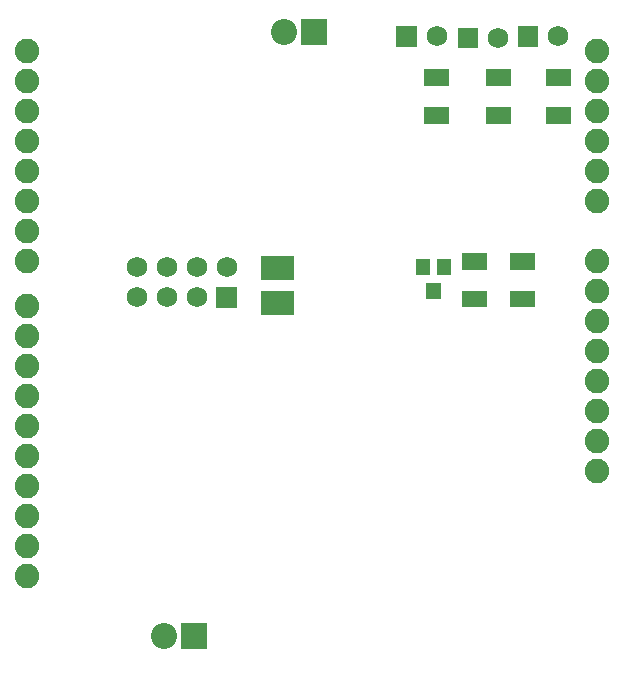
<source format=gbs>
G04 Layer: BottomSolderMaskLayer*
G04 EasyEDA v6.4.19.5, 2021-05-22T19:54:24+02:00*
G04 224cf8713a1a4faea1e3f274148ba73b,c38686c9fe6447858fcbf2546f174441,10*
G04 Gerber Generator version 0.2*
G04 Scale: 100 percent, Rotated: No, Reflected: No *
G04 Dimensions in millimeters *
G04 leading zeros omitted , absolute positions ,4 integer and 5 decimal *
%FSLAX45Y45*%
%MOMM*%

%ADD23C,2.2032*%
%ADD25C,1.7272*%
%ADD26C,2.0828*%

%LPD*%
G36*
X-409956Y-1307089D02*
G01*
X-409956Y-1166881D01*
X-199643Y-1166881D01*
X-199643Y-1307089D01*
G37*
G36*
X-409956Y-1627129D02*
G01*
X-409956Y-1486921D01*
X-199643Y-1486921D01*
X-199643Y-1627129D01*
G37*
G36*
X-1115059Y-1553215D02*
G01*
X-1115059Y-1418595D01*
X-993140Y-1418595D01*
X-993140Y-1553215D01*
G37*
G36*
X-1026159Y-1350015D02*
G01*
X-1026159Y-1215395D01*
X-904240Y-1215395D01*
X-904240Y-1350015D01*
G37*
G36*
X-1203959Y-1350015D02*
G01*
X-1203959Y-1215395D01*
X-1082040Y-1215395D01*
X-1082040Y-1350015D01*
G37*
G36*
X-816356Y-1627129D02*
G01*
X-816356Y-1486921D01*
X-606043Y-1486921D01*
X-606043Y-1627129D01*
G37*
G36*
X-816356Y-1307089D02*
G01*
X-816356Y-1166881D01*
X-606043Y-1166881D01*
X-606043Y-1307089D01*
G37*
G36*
X-2180336Y595878D02*
G01*
X-2180336Y816350D01*
X-1959863Y816350D01*
X-1959863Y595878D01*
G37*
D23*
G01*
X-2324100Y706114D03*
G36*
X-2893059Y-1628145D02*
G01*
X-2893059Y-1455425D01*
X-2720340Y-1455425D01*
X-2720340Y-1628145D01*
G37*
D25*
G01*
X-2806700Y-1287785D03*
G01*
X-3060700Y-1541785D03*
G01*
X-3060700Y-1287785D03*
G01*
X-3314700Y-1541785D03*
G01*
X-3314700Y-1287785D03*
G01*
X-3568700Y-1541785D03*
G01*
X-3568700Y-1287785D03*
G36*
X-1369059Y581654D02*
G01*
X-1369059Y754374D01*
X-1196340Y754374D01*
X-1196340Y581654D01*
G37*
G01*
X-1028700Y668014D03*
G36*
X-340359Y581654D02*
G01*
X-340359Y754374D01*
X-167640Y754374D01*
X-167640Y581654D01*
G37*
G01*
X0Y668014D03*
G36*
X-848359Y568954D02*
G01*
X-848359Y741674D01*
X-675640Y741674D01*
X-675640Y568954D01*
G37*
G01*
X-508000Y655314D03*
G36*
X-105156Y249930D02*
G01*
X-105156Y390138D01*
X105156Y390138D01*
X105156Y249930D01*
G37*
G36*
X-105156Y-70109D02*
G01*
X-105156Y70098D01*
X105156Y70098D01*
X105156Y-70109D01*
G37*
G36*
X-613156Y249930D02*
G01*
X-613156Y390138D01*
X-402843Y390138D01*
X-402843Y249930D01*
G37*
G36*
X-613156Y-70109D02*
G01*
X-613156Y70098D01*
X-402843Y70098D01*
X-402843Y-70109D01*
G37*
G36*
X-1133856Y249930D02*
G01*
X-1133856Y390138D01*
X-923543Y390138D01*
X-923543Y249930D01*
G37*
G36*
X-1133856Y-70109D02*
G01*
X-1133856Y70098D01*
X-923543Y70098D01*
X-923543Y-70109D01*
G37*
G36*
X-2515108Y-1390147D02*
G01*
X-2515108Y-1189995D01*
X-2234691Y-1189995D01*
X-2234691Y-1390147D01*
G37*
G36*
X-2515108Y-1690375D02*
G01*
X-2515108Y-1490223D01*
X-2234691Y-1490223D01*
X-2234691Y-1690375D01*
G37*
D23*
G01*
X-3340100Y-4406900D03*
G36*
X-3196336Y-4517141D02*
G01*
X-3196336Y-4296669D01*
X-2975863Y-4296669D01*
X-2975863Y-4517141D01*
G37*
D26*
G01*
X330200Y-2506985D03*
G01*
X330200Y-2252985D03*
G01*
X330200Y-1998985D03*
G01*
X330200Y-1744985D03*
G01*
X330200Y-1490985D03*
G01*
X330200Y-1236985D03*
G01*
X330200Y-728985D03*
G01*
X330200Y-474985D03*
G01*
X330200Y-220985D03*
G01*
X330200Y33014D03*
G01*
X330200Y287014D03*
G01*
X330200Y541014D03*
G01*
X-4495800Y541014D03*
G01*
X-4495800Y287014D03*
G01*
X-4495800Y33014D03*
G01*
X-4495800Y-220985D03*
G01*
X-4495800Y-474985D03*
G01*
X-4495800Y-728985D03*
G01*
X-4495800Y-982985D03*
G01*
X-4495800Y-1236985D03*
G01*
X-4495800Y-1617985D03*
G01*
X-4495800Y-1871985D03*
G01*
X-4495800Y-2125985D03*
G01*
X-4495800Y-2379985D03*
G01*
X-4495800Y-2633985D03*
G01*
X-4495800Y-2887985D03*
G01*
X-4495800Y-3141985D03*
G01*
X-4495800Y-3395985D03*
G01*
X-4495800Y-3649985D03*
G01*
X-4495800Y-3903985D03*
G01*
X330200Y-2760985D03*
G01*
X330200Y-3014985D03*
M02*

</source>
